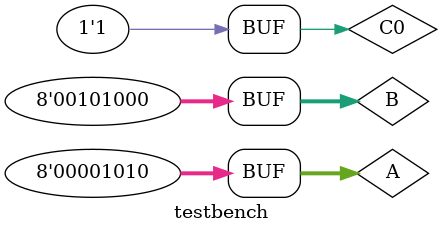
<source format=v>
`timescale 1ns / 1ps


module testbench;

	// Inputs
	reg [7:0] A;
	reg [7:0] B;
	reg C0;

	// Outputs
	wire [7:0] Sum;
	wire C8;

	// Instantiate the Unit Under Test (UUT)
	mod_8 uut (
		.Sum(Sum), 
		.C8(C8), 
		.A(A), 
		.B(B), 
		.C0(C0)
	);

	initial begin
		// Initialize Inputs
		A = 100;
		B = 200;
		C0 = 0;
		// Wait 100 ns for global reset to finish
		#100;
		A = 10;
		B = 40;
		C0 = 1;
		// Wait 100 ns for global reset to finish
		#100;        
		// Add stimulus here

	end
      
endmodule


</source>
